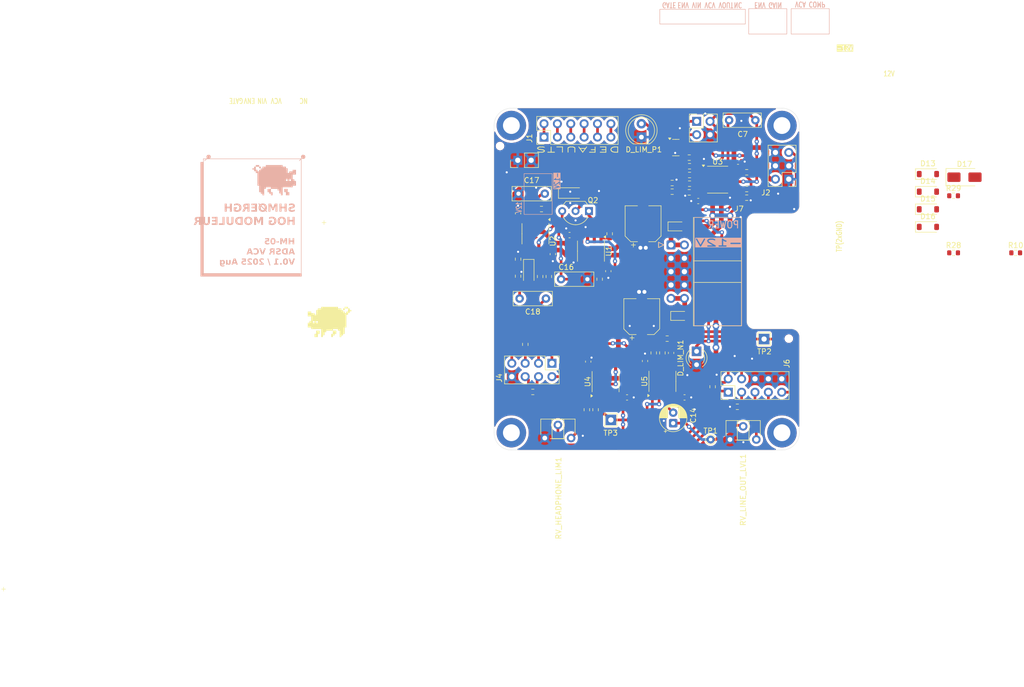
<source format=kicad_pcb>
(kicad_pcb (version 20241229) (generator "pcbnew") (generator_version "9.0")
  (layers (0 "F.Cu" signal) (2 "B.Cu" signal) (13 "F.Paste" user) (15 "B.Paste" user) (5 "F.SilkS" user "F.Silkscreen") (7 "B.SilkS" user "B.Silkscreen") (1 "F.Mask" user) (3 "B.Mask" user) (25 "Edge.Cuts" user))
  (net 0 "")
  (net 1 "GND")
  (net 2 "+12V")
  (net 3 "-12V")
  (net 4 "LFO_TRI")
  (net 5 "Net-(U3A--)")
  (net 6 "OUTPUT_VOL_2")
  (net 7 "Net-(U2B--)")
  (net 8 "Net-(U5B--)")
  (net 9 "OUTPUT_LINE_OUT")
  (net 10 "Net-(Q2-S)")
  (net 11 "CRUSH_TRIG")
  (net 12 "Net-(U2A--)")
  (net 13 "Net-(D2-K)")
  (net 14 "Net-(D3-K)")
  (net 15 "Net-(D3-A)")
  (net 16 "Net-(D4-A)")
  (net 17 "Net-(D4-K)")
  (net 18 "Net-(D1-A)")
  (net 19 "RV_CRUSH_3")
  (net 20 "RV_CRUSH_1")
  (net 21 "CRUSH_OUT")
  (net 22 "RV_CRUSH_2")
  (net 23 "CRUSH_IN")
  (net 24 "CRUSH_TRIG_DEFAULT")
  (net 25 "LFO_RATE")
  (net 26 "LFO_SQR")
  (net 27 "OUTPUT_IN")
  (net 28 "Net-(C14-Pad1)")
  (net 29 "OUTPUT_DRIVE_1")
  (net 30 "OUTPUT_PHONES_OUT")
  (net 31 "Net-(Q2-D)")
  (net 32 "Net-(Q4-B)")
  (net 33 "Net-(Q4-C)")
  (net 34 "Net-(C14-Pad2)")
  (net 35 "Net-(U3A-+)")
  (net 36 "Net-(D15-A)")
  (net 37 "Net-(U3B-+)")
  (net 38 "Net-(R12-Pad2)")
  (net 39 "Net-(U4A--)")
  (net 40 "Net-(U4A-+)")
  (net 41 "OUTPUT_VOL_3")
  (net 42 "Net-(J1-Pin_11)")
  (net 43 "Net-(J1-Pin_10)")
  (net 44 "Net-(J1-Pin_5)")
  (net 45 "Net-(J1-Pin_3)")
  (net 46 "Net-(J1-Pin_1)")
  (net 47 "Net-(J1-Pin_7)")
  (net 48 "OUTPUT_DRIVE_3")
  (net 49 "Net-(D13-A)")
  (net 50 "Net-(D17-A2)")
  (net 51 "Net-(U3B--)")
  (net 52 "Net-(R26-Pad1)")
  (net 53 "Net-(U1A-+)")
  (net 54 "Net-(U1B--)")
  (footprint "Resistor_SMD:R_0603_1608Metric" (layer "F.Cu") (at 172.006 59.367)
    (property "Reference" "R9")
    (property "Value" "47k")
  )
  (footprint "Diode_SMD:D_SOD-123" (layer "F.Cu") (at 206.435 56.523)
    (property "Reference" "D13")
    (property "Value" "1N4148")
  )
  (footprint "Package_SO:SOIC-8_3.9x4.9mm_P1.27mm" (layer "F.Cu") (at 155.991 95.9412 90)
    (property "Reference" "U5")
    (property "Value" "TL072")
  )
  (footprint "Capacitor_SMD:C_0603_1608Metric" (layer "F.Cu") (at 162.8 61.653)
    (property "Reference" "C6")
    (property "Value" "100n")
  )
  (footprint "Diode_SMD:D_SMA" (layer "F.Cu") (at 213.375 57.123)
    (property "Reference" "D17")
    (property "Value" "SMAJ5.0CA")
  )
  (footprint "Capacitor_THT:CP_Radial_D5.0mm_P2.00mm" (layer "F.Cu") (at 158.036 103.883113 90)
    (property "Reference" "C14")
    (property "Value" "10u")
  )
  (footprint "Resistor_SMD:R_0603_1608Metric" (layer "F.Cu") (at 172.007 56.192)
    (property "Reference" "R7")
    (property "Value" "10k")
  )
  (footprint "Capacitor_THT:C_Rect_L7.0mm_W2.5mm_P5.00mm" (layer "F.Cu") (at 173.657 46.286 180)
    (property "Reference" "C7")
    (property "Value" "22n-47n (foil)")
  )
  (footprint "Package_SO:SOIC-8_3.9x4.9mm_P1.27mm" (layer "F.Cu") (at 145.196 95.9932 90)
    (property "Reference" "U4")
    (property "Value" "NE5532")
  )
  (footprint "Capacitor_SMD:C_0603_1608Metric" (layer "F.Cu") (at 170.355 54.16)
    (property "Reference" "C5")
    (property "Value" "100n")
  )
  (footprint "Diode_SMD:D_SOD-123" (layer "F.Cu") (at 138.604 60.1295)
    (property "Reference" "D4")
    (property "Value" "1N4148")
  )
  (footprint "Resistor_SMD:R_0603_1608Metric" (layer "F.Cu") (at 170.228 100.769)
    (property "Reference" "R24")
    (property "Value" "22k")
  )
  (footprint "Resistor_SMD:R_0603_1608Metric" (layer "F.Cu") (at 145.97 67.8765 -90)
    (property "Reference" "R16")
    (property "Value" "1M")
  )
  (footprint "MountingHole:ToolingHole_1.152mm" (layer "F.Cu") (at 125.143 51.197)
    (property "Reference" "REF**" (hide yes))
    (property "Value" "ToolingHole_1.152mm")
  )
  (footprint "LED_THT:LED_D3.0mm" (layer "F.Cu") (at 162.481 90.228 -90)
    (property "Reference" "D_LIM_N1")
    (property "Value" "Red LED")
  )
  (footprint "Resistor_SMD:R_0603_1608Metric" (layer "F.Cu") (at 143.291 101.3272 90)
    (property "Reference" "R15")
    (property "Value" "100")
  )
  (footprint "Diode_SMD:D_SOD-123" (layer "F.Cu") (at 206.435 59.873)
    (property "Reference" "D14")
    (property "Value" "1N4148")
  )
  (footprint "MountingHole:MountingHole_3.2mm_M3_DIN965_Pad" (layer "F.Cu") (at 178.7 105.7)
    (property "Reference" "H2")
    (property "Value" "MountingHole")
  )
  (footprint "Package_TO_SOT_THT:TO-92_Inline_Wide" (layer "F.Cu") (at 142.033 63.5585 180)
    (property "Reference" "Q2")
    (property "Value" "2N3819")
  )
  (footprint "Capacitor_THT:C_Rect_L7.2mm_W2.5mm_P5.00mm_FKS2_FKP2_MKS2_MKP2" (layer "F.Cu") (at 133.651 60.2565 180)
    (property "Reference" "C17")
    (property "Value" "100n (foil)")
  )
  (footprint "Resistor_SMD:R_0603_1608Metric" (layer "F.Cu") (at 133.016 63.1775)
    (property "Reference" "R18")
    (property "Value" "10k")
  )
  (footprint "TestPoint:TestPoint_THTPad_2.0x2.0mm_Drill1.0mm" (layer "F.Cu") (at 175.308 87.8912)
    (property "Reference" "TP2")
    (property "Value" "MAINOUT")
  )
  (footprint "Capacitor_SMD:C_0603_1608Metric" (layer "F.Cu") (at 152.689 92.0692 90)
    (property "Reference" "C10")
    (property "Value" "100n")
  )
  (footprint "MountingHole:MountingHole_3.2mm_M3_DIN965_Pad" (layer "F.Cu") (at 127.3 47.3)
    (property "Reference" "H1")
    (property "Value" "MountingHole")
  )
  (footprint "Resistor_SMD:R_0603_1608Metric" (layer "F.Cu") (at 161.149 58.351 180)
    (property "Reference" "R3")
    (property "Value" "100k")
  )
  (footprint "Resistor_SMD:R_0603_1608Metric" (layer "F.Cu") (at 211.31 60.653)
    (property "Reference" "R29")
    (property "Value" "10k")
  )
  (footprint "Connector_PinHeader_2.54mm:PinHeader_2x06_P2.54mm_Vertical" (layer "F.Cu") (at 133.5 49.5 90)
    (property "Reference" "J1")
    (property "Value" "Conn_02x06_Odd_Even")
  )
  (footprint "Resistor_SMD:R_0603_1608Metric" (layer "F.Cu") (at 156.893 87.815)
    (property "Reference" "R13")
    (property "Value" "1k")
  )
  (footprint "Resistor_SMD:R_0603_1608Metric" (layer "F.Cu") (at 131.366 97.9496)
    (property "Reference" "R19")
    (property "Value" "100k")
  )
  (footprint "Potentiometer_THT:Potentiometer_ACP_CA6-H2,5_Horizontal" (layer "F.Cu") (at 133.6412 106.7164 90)
    (property "Reference" "RV_HEADPHONE_LIM1")
    (property "Value" "100k")
  )
  (footprint "Diode_SMD:D_SOD-123" (layer "F.Cu") (at 206.435 63.223)
    (property "Reference" "D15")
    (property "Value" "1N4148")
  )
  (footprint "Connector_PinHeader_2.54mm:PinHeader_2x03_P2.54mm_Vertical" (layer "F.Cu") (at 180 57.5 180)
    (property "Reference" "J2")
    (property "Value" "Conn_02x03_Odd_Even")
  )
  (footprint "Diode_SMD:D_SOD-123" (layer "F.Cu") (at 206.435 66.573)
    (property "Reference" "D16")
    (property "Value" "1N4148")
  )
  (footprint "TestPoint:TestPoint_THTPad_2.0x2.0mm_Drill1.0mm" (layer "F.Cu") (at 146.1996 103.27)
    (property "Reference" "TP3")
    (property "Value" "PHONES_OUT")
  )
  (footprint "Resistor_SMD:R_0603_1608Metric" (layer "F.Cu") (at 157.845 58.224)
    (property "Reference" "R27")
    (property "Value" "47k")
  )
  (footprint "Diode_SMD:D_SOD-123" (layer "F.Cu") (at 130.603 75.1155 -90)
    (property "Reference" "D3")
    (property "Value" "1N4148")
  )
  (footprint "Capacitor_SMD:C_0603_1608Metric" (layer "F.Cu") (at 138.35 68.1305)
    (property "Reference" "C2")
    (property "Value" "100n")
  )
  (footprint "Connector_PinHeader_2.54mm:PinHeader_2x04_P2.54mm_Vertical" (layer "F.Cu") (at 135 92.5 -90)
    (property "Reference" "J4")
    (property "Value" "Conn_02x04_Odd_Even")
  )
  (footprint "Resistor_SMD:R_0603_1608Metric" (layer "F.Cu") (at 165.529 96.959 -90)
    (property "Reference" "R25")
    (property "Value" "1k")
  )
  (footprint "Capacitor_SMD:C_0603_1608Metric" (layer "F.Cu") (at 135.175 71.7485 -90)
    (property "Reference" "C3")
    (property "Value" "100n")
  )
  (footprint "Capacitor_SMD:C_0603_1608Metric" (layer "F.Cu") (at 157.642 90.5322 90)
    (property "Reference" "C15")
    (property "Value" "100p")
  )
  (footprint "Capacitor_THT:C_Rect_L7.2mm_W2.5mm_P5.00mm_FKS2_FKP2_MKS2_MKP2" (layer "F.Cu") (at 133.865 80.1955 180)
    (property "Reference" "C18")
    (property "Value" "1n (foil)")
  )
  (footprint "Capacitor_SMD:C_0603_1608Metric" (layer "F.Cu") (at 160.195 98.991 180)
    (property "Reference" "C11")
    (property "Value" "100n")
  )
  (footprint "Resistor_SMD:R_0603_1608Metric" (layer "F.Cu") (at 155.991 90.5322 -90)
    (property "Reference" "R11")
    (property "Value" "4.7k")
  )
  (footprint "TestPoint:TestPoint_THTPad_D1.5mm_Drill0.7mm" (layer "F.Cu") (at 165.148 106.992)
    (property "Reference" "TP1")
    (property "Value" "MAX_LINEOUT")
  )
  (footprint "Resistor_SMD:R_0603_1608Metric" (layer "F.Cu") (at 157.845 59.875 180)
    (property "Reference" "R26")
    (property "Value" "12k")
  )
  (footprint "Resistor_SMD:R_0603_1608Metric" (layer "F.Cu") (at 172.006 61.018)
    (property "Reference" "R8")
    (property "Value" "47k")
  )
  (footprint "Connector_PinHeader_2.54mm:PinHeader_2x02_P2.54mm_Vertical" (layer "F.Cu") (at 162.5 46.5)
    (property "Reference" "J5")
    (property "Value" "Conn_02x02_Odd_Even")
  )
  (footprint "Capacitor_SMD:C_0603_1608Metric" (layer "F.Cu") (at 149.273 98.991 180)
    (property "Reference" "C13")
    (property "Value" "100n")
  )
  (footprint "Resistor_SMD:R_0603_1608Metric" (layer "F.Cu") (at 132.762 76.0045 90)
    (property "Reference" "R1")
    (property "Value" "33k")
  )
  (footprint "Capacitor_SMD:CP_Elec_6.3x7.7" (layer "F.Cu") (at 152.067 83.624 90)
    (property "Reference" "C8")
    (property "Value" "100u")
  )
  (footprint "Connector_PinHeader_2.54mm:PinHeader_1x02_P2.54mm_Vertical" (layer "F.Cu") (at 128.5162 53.906 90)
    (property "Reference" "J3")
    (property "Value" "Conn_01x02")
  )
  (footprint "LED_THT:LED_D5.0mm" (layer "F.Cu") (at 152 49.5 90)
    (property "Reference" "D_LIM_P1")
    (property "Value" "Red LED")
  )
  (footprint "Resistor_SMD:R_0603_1608Metric" (layer "F.Cu") (at 154.34 90.5322 -90)
    (property "Reference" "R12")
    (property "Value" "150")
  )
  (footprint "Diode_SMD:D_SOD-323" (layer "F.Cu") (at 158.671 66.479)
    (property "Reference" "D2")
    (property "Value" "1N5817")
  )
  (footprint "Package_SO:SOIC-8_3.9x4.9mm_P1.27mm" (layer "F.Cu") (at 166.483 57.589)
    (property "Reference" "U3")
    (property "Value" "TL072")
  )
  (footprint "MountingHole:MountingHole_3.2mm_M3_DIN965_Pad" (layer "F.Cu") (at 178.7 47.3)
    (property "Reference" "H4")
    (property "Value" "MountingHole")
  )
  (footprint "Shmoergh_Logo:Gyeszno" (layer "F.Cu") (at 92.758 84.64)
    (property "Reference" "G***" (hide yes))
    (property "Value" "LOGO" (hide yes))
  )
  (footprint "Resistor_SMD:R_0603_1608Metric" (layer "F.Cu") (at 161.149 56.7)
    (property "Reference" "R2")
    (property "Value" "100k")
  )
  (footprint "Package_SO:SOIC-8_3.9x4.9mm_P1.27mm" (layer "F.Cu") (at 142.414 71.1785 -90)
    (property "Reference" "U1")
    (property "Value" "TL072")
  )
  (footprint "Connector_IDC:IDC-Header_2x05_P2.54mm_Horizontal" (layer "F.Cu") (at 157.6245 70)
    (property "Reference" "J7")
    (property "Value" "Conn_02x05_Odd_Even")
  )
  (footprint "Connector_PinHeader_2.54mm:PinHeader_2x05_P2.54mm_Vertical" (layer "F.Cu") (at 168.5 98 90)
    (property "Reference" "J6")
    (property "Value" "Conn_02x05_Odd_Even")
  )
  (footprint "Resistor_SMD:R_0603_1608Metric" (layer "F.Cu") (at 211.31 71.503)
    (property "Reference" "R28")
    (property "Value" "1k")
  )
  (footprint "Capacitor_THT:C_Rect_L7.2mm_W2.5mm_P5.00mm_FKS2_FKP2_MKS2_MKP2" (layer "F.Cu") (at 136.739 76.5125)
    (property "Reference" "C16")
    (property "Value" "100n (foil)")
  )
  (footprint "Capacitor_SMD:CP_Elec_6.3x7.7" (layer "F.Cu") (at 152.321 65.971 90)
    (property "Reference" "C9")
    (property "Value" "100u")
  )
  (footprint "Resistor_SMD:R_0603_1608Metric" (layer "F.Cu") (at 161.084 53.398 180)
    (property "Reference" "R4")
    (property "Value" "100k")
  )
  (footprint "Resistor_SMD:R_0603_1608Metric" (layer "F.Cu") (at 161.146 55.049)
    (property "Reference" "R5")
    (property "Value" "100k")
  )
  (footprint "Diode_SMD:D_SOD-323" (layer "F.Cu") (at 159.179 83.497)
    (property "Reference" "D1")
    (property "Value" "1N5817")
  )
  (footprint "MountingHole:MountingHole_3.2mm_M3_DIN965_Pad" (layer "F.Cu") (at 127.3 105.7)
    (property "Reference" "H3")
    (property "Value" "MountingHole")
  )
  (footprint "Package_SO:SOIC-8_3.9x4.9mm_P1.27mm" (layer "F.Cu") (at 131.873 67.8765 -90)
    (property "Reference" "U2")
    (property "Value" "TL072")
  )
  (footprint "Resistor_SMD:R_0603_1608Metric" (layer "F.Cu") (at 134.413 76.0045 90)
    (property "Reference" "R22")
    (property "Value" "100k")
  )
  (footprint "Resistor_SMD:R_0603_1608Metric" (layer "F.Cu") (at 141.64 101.3272 90)
    (property "Reference" "R14")
    (property "Value" "100")
  )
  (footprint "MountingHole:ToolingHole_1.152mm" (layer "F.Cu") (at 180.007 87.815)
    (property "Reference" "REF**" (hide yes))
    (property "Value" "ToolingHole_1.152mm")
  )
  (footprint "Potentiometer_THT:Potentiometer_ACP_CA6-H2,5_Horizontal" (layer "F.Cu") (at 168.831 106.992 90)
    (property "Reference" "RV_LINE_OUT_LVL1")
    (property "Value" "10k")
  )
  (footprint "Resistor_SMD:R_0603_1608Metric" (layer "F.Cu") (at 144.065 76.5125 -90)
    (property "Reference" "R17")
    (property "Value" "1k")
  )
  (footprint "Capacitor_SMD:C_0603_1608Metric" (layer "F.Cu") (at 141.894 92.1832 90)
    (property "Reference" "C12")
    (property "Value" "100n")
  )
  (footprint "Resistor_SMD:R_0603_1608Metric" (layer "F.Cu") (at 128.571 72.7025 -90)
    (property "Reference" "R23")
    (property "Value" "100k")
  )
  (footprint "Capacitor_SMD:C_0603_1608Metric" (layer "F.Cu") (at 128.571 64.0015 -90)
    (property "Reference" "C4")
    (property "Value" "100n")
  )
  (footprint "Package_TO_SOT_SMD:SOT-23" (layer "F.Cu") (at 158.544 51.493)
    (property "Reference" "Q4")
    (property "Value" "BC848")
  )
  (footprint "Resistor_SMD:R_0603_1608Metric" (layer "F.Cu") (at 128.571 75.9415 -90)
    (property "Reference" "R21")
    (property "Value" "100k")
  )
  (footprint "Resistor_SMD:R_0603_1608Metric" (layer "F.Cu") (at 129.9436 88.9072 -90)
    (property "Reference" "R20")
    (property "Value" "4.7k")
  )
  (footprint "Resistor_SMD:R_0603_1608Metric" (layer "F.Cu") (at 161.085 60.002 180)
    (property "Reference" "R6")
    (property "Value" "100k")
  )
  (footprint "Capacitor_SMD:C_0603_1608Metric" (layer "F.Cu") (at 145.716 74.9885 -90)
    (property "Reference" "C1")
    (property "Value" "100n")
  )
  (footprint "Resistor_SMD:R_0603_1608Metric" (layer "F.Cu") (at 223.11 71.503)
    (property "Reference" "R10")
    (property "Value" "10k")
  )
  (footprint "Shmoergh_Logo:Gyeszno" (layer "B.Cu") (at 82.25 57.689 180)
    (property "Reference" "G***" (hide yes))
    (property "Value" "LOGO" (hide yes))
  )
  (gr_rect (start 129.714 56.4465) (end 135.048 64.1935) (stroke (width 0.1)) (fill no) (layer "B.SilkS"))
  (gr_rect (start 162.0365 64.786) (end 171.0535 85.36) (stroke (width 0.1)) (fill no) (layer "B.SilkS"))
  (gr_line (start 155.242 70.501) (end 155.242 69.485) (stroke (width 0.1)) (layer "B.SilkS"))
  (gr_line (start 87 54) (end 87.75 53.25) (stroke (width 0.1)) (layer "B.SilkS"))
  (gr_line (start 87.375 75.43475) (end 68.788 75.43475) (stroke (width 0.1)) (layer "B.SilkS"))
  (gr_line (start 156.258 69.993) (end 155.242 70.501) (stroke (width 0.1)) (layer "B.SilkS"))
  (gr_circle (center 69.778 53.25) (end 69.528 53) (stroke (width 0.1)) (fill yes) (layer "B.SilkS"))
  (gr_rect (start 180.4515 25.077) (end 187.6905 29.903) (stroke (width 0.1)) (fill no) (layer "B.SilkS"))
  (gr_rect (start 68.28 54.287125) (end 68.78 75.486125) (stroke (width 0.1)) (fill yes) (layer "B.SilkS"))
  (gr_circle (center 87.75 53.25) (end 87.5 53) (stroke (width 0.1)) (fill yes) (layer "B.SilkS"))
  (gr_line (start 87.375 53.625) (end 87.375 75.43475) (stroke (width 0.1)) (layer "B.SilkS"))
  (gr_line (start 87.375 53.625) (end 68.788 53.625) (stroke (width 0.1)) (layer "B.SilkS"))
  (gr_rect (start 155.496 25.204) (end 171.752 27.998) (stroke (width 0.1)) (fill no) (layer "B.SilkS"))
  (gr_line (start 155.242 69.485) (end 156.258 69.993) (stroke (width 0.1)) (layer "B.SilkS"))
  (gr_rect (start 172.387 25.077) (end 179.626 29.903) (stroke (width 0.1)) (fill no) (layer "B.SilkS"))
  (gr_line (start 69.028 54) (end 69.778 53.25) (stroke (width 0.1)) (layer "B.SilkS"))
  (gr_rect (start 68.28 75.486125) (end 87.419 75.959875) (stroke (width 0.1)) (fill yes) (layer "B.SilkS"))
  (gr_line (start 68.788 75.469) (end 68.788 53.625) (stroke (width 0.1)) (layer "B.SilkS"))
  (gr_arc (start 182 105.7) (mid 181.033452 108.033452) (end 178.7 109) (stroke (width 0.05)) (layer "Edge.Cuts"))
  (gr_line (start 173.5 64) (end 180.5 64) (stroke (width 0.05)) (layer "Edge.Cuts"))
  (gr_line (start 127.3 44) (end 178.7 44) (stroke (width 0.05)) (layer "Edge.Cuts"))
  (gr_arc (start 178.7 44) (mid 181.033452 44.966548) (end 182 47.3) (stroke (width 0.05)) (layer "Edge.Cuts"))
  (gr_arc (start 172 65.5) (mid 172.43934 64.43934) (end 173.5 64) (stroke (width 0.05)) (layer "Edge.Cuts"))
  (gr_line (start 172 84.5) (end 172 65.5) (stroke (width 0.05)) (layer "Edge.Cuts"))
  (gr_line (start 180.5 86) (end 173.5 86) (stroke (width 0.05)) (layer "Edge.Cuts"))
  (gr_arc (start 127.3 109) (mid 124.966548 108.033452) (end 124 105.7) (stroke (width 0.05)) (layer "Edge.Cuts"))
  (gr_line (start 178.7 109) (end 127.3 109) (stroke (width 0.05)) (layer "Edge.Cuts"))
  (gr_arc (start 124 47.3) (mid 124.966548 44.966548) (end 127.3 44) (stroke (width 0.05)) (layer "Edge.Cuts"))
  (gr_line (start 124 47.3) (end 124 105.7) (stroke (width 0.05)) (layer "Edge.Cuts"))
  (gr_arc (start 180.5 86) (mid 181.56066 86.43934) (end 182 87.5) (stroke (width 0.05)) (layer "Edge.Cuts"))
  (gr_arc (start 173.5 86) (mid 172.43934 85.56066) (end 172 84.5) (stroke (width 0.05)) (layer "Edge.Cuts"))
  (gr_line (start 182 87.5) (end 182 105.7) (stroke (width 0.05)) (layer "Edge.Cuts"))
  (gr_arc (start 182 62.5) (mid 181.56066 63.56066) (end 180.5 64) (stroke (width 0.05)) (layer "Edge.Cuts"))
  (gr_line (start 182 47.3) (end 182 62.5) (stroke (width 0.05)) (layer "Edge.Cuts"))
  (gr_text "+" (at 30.147 135.948 0) (layer "F.SilkS") (effects (font (size 1 1) (thickness 0.1)) (justify left bottom)))
  (gr_text "ENV" (at 77.54 42 180) (layer "F.SilkS") (effects (font (size 1 0.75) (thickness 0.15) (bold yes)) (justify bottom)))
  (gr_text "NC" (at 87.827 42 180) (layer "F.SilkS") (effects (font (size 1 0.75) (thickness 0.15) (bold yes)) (justify bottom)))
  (gr_text "GATE" (at 75 42 180) (layer "F.SilkS") (effects (font (size 1 0.75) (thickness 0.15) (bold yes)) (justify bottom)))
  (gr_text "DEFAULTS" (at 148.13 51.239 180) (layer "F.SilkS") (effects (font (size 1 2.25) (thickness 0.15) (bold yes)) (justify left bottom)))
  (gr_text "TP(2xGND)" (at 190.167 71.432 90) (layer "F.SilkS") (effects (font (size 1 0.75) (thickness 0.15) (bold yes)) (justify left bottom)))
  (gr_text "12V" (at 197.914 38.031 0) (layer "F.SilkS") (effects (font (size 1 0.75) (thickness 0.15) (bold yes)) (justify left bottom)))
  (gr_text "+" (at 91.02 66.265 0) (layer "F.SilkS") (effects (font (size 1 1) (thickness 0.1)) (justify left bottom)))
  (gr_text "VIN" (at 79.953 42 180) (layer "F.SilkS") (effects (font (size 1 0.75) (thickness 0.15) (bold yes)) (justify bottom)))
  (gr_text "VCV" (at 82.625 42 180) (layer "F.SilkS") (effects (font (size 1 0.75) (thickness 0.15) (bold yes)) (justify bottom)))
  (gr_text "-12V" (at 189.024 33.205 0) (layer "F.SilkS" knockout) (effects (font (size 1 0.75) (thickness 0.15) (bold yes)) (justify left bottom)))
  (gr_text "VOUT" (at 168.069 23.807 180) (layer "B.SilkS") (effects (font (size 1 0.75) (thickness 0.15) (bold yes)) (justify bottom mirror)))
  (gr_text "ENV GAIN" (at 176.07 23.807 180) (layer "B.SilkS") (effects (font (size 1 0.75) (thickness 0.15) (bold yes)) (justify bottom mirror)))
  (gr_text "SHMØERGH \nHOG MODULEUR" (at 86.314 66.452 0) (layer "B.SilkS") (effects (font (size 1.5 1.5) (thickness 0.28) (bold yes)) (justify left bottom mirror)))
  (gr_text "NC" (at 170.355 23.807 180) (layer "B.SilkS") (effects (font (size 1 0.75) (thickness 0.15) (bold yes)) (justify bottom mirror)))
  (gr_text "VCA COMP" (at 184.071 23.68 180) (layer "B.SilkS") (effects (font (size 1 0.75) (thickness 0.15) (bold yes)) (justify bottom mirror)))
  (gr_text "VCV" (at 165.021 23.807 180) (layer "B.SilkS") (effects (font (size 1 0.75) (thickness 0.15) (bold yes)) (justify bottom mirror)))
  (gr_text "-12V" (at 136.572 57.78 90) (layer "B.SilkS" knockout) (effects (font (size 1 0.75) (thickness 0.15) (bold yes)) (justify bottom mirror)))
  (gr_text "12V" (at 129.333 62.86 90) (layer "B.SilkS") (effects (font (size 1 0.75) (thickness 0.15) (bold yes)) (justify bottom mirror)))
  (gr_text "VIN" (at 162.481 23.807 180) (layer "B.SilkS") (effects (font (size 1 0.75) (thickness 0.15) (bold yes)) (justify bottom mirror)))
  (gr_text "HM-05\nADSR VCA\nV0.1 / 2025 Aug" (at 86.187 73.945 0) (layer "B.SilkS") (effects (font (size 1.15 1.15) (thickness 0.2) (bold yes)) (justify left bottom mirror)))
  (gr_text "GATE" (at 157.274 23.807 180) (layer "B.SilkS") (effects (font (size 1 0.75) (thickness 0.15) (bold yes)) (justify bottom mirror)))
  (gr_text "ENV" (at 159.941 23.807 180) (layer "B.SilkS") (effects (font (size 1 0.75) (thickness 0.15) (bold yes)) (justify bottom mirror)))
  (gr_text "-12V" (at 171.4345 70.374 0) (layer "B.SilkS" knockout) (effects (font (size 1.3 2.25) (thickness 0.25) (bold yes)) (justify left bottom mirror)))
  (gr_text "POWER" (at 170.6725 66.945 0) (layer "B.SilkS") (effects (font (size 1.35 1.15) (thickness 0.2) (bold yes)) (justify left bottom mirror)))
  (segment (start 156.626 100.473113) (end 158.036 101.883113) (width 0.508) (layer "F.Cu") (net 0))
  (segment (start 156.626 98.4162) (end 156.626 100.473113) (width 0.508) (layer "F.Cu") (net 0))
  (via (at 136.826 57.9705) (size 0.8) (drill 0.4) (layers "F.Cu" "B.Cu") (net 1))
  (via (at 151.559 78.925) (size 1.27) (drill 0.75) (layers "F.Cu" "B.Cu") (net 1))
  (via (at 151.813 70.543) (size 1.27) (drill 0.75) (layers "F.Cu" "B.Cu") (net 1))
  (via (at 132 59.1135) (size 0.8) (drill 0.4) (layers "F.Cu" "B.Cu") (net 1))
  (via (at 152.689 90.6592) (size 0.8) (drill 0.4) (layers "F.Cu" "B.Cu") (net 1))
  (via (at 160.322 60.637) (size 0.8) (drill 0.4) (layers "F.Cu" "B.Cu") (net 1))
  (via (at 143.938 59.7485) (size 0.8) (drill 0.4) (layers "F.Cu" "B.Cu") (net 1))
  (via (at 161.465 98.991) (size 0.8) (drill 0.4) (layers "F.Cu" "B.Cu") (net 1))
  (via (at 138.477 62.0345) (size 0.8) (drill 0.4) (layers "F.Cu" "B.Cu") (net 1))
  (via (at 169.72 91.117) (size 0.8) (drill 0.4) (layers "F.Cu" "B.Cu") (net 1))
  (via (at 138.477 59.8755) (size 0.8) (drill 0.4) (layers "F.Cu" "B.Cu") (net 1))
  (via (at 158.671 57.589) (size 0.8) (drill 0.4) (layers "F.Cu" "B.Cu") (net 1))
  (via (at 154.353 85.402) (size 0.8) (drill 0.4) (layers "F.Cu" "B.Cu") (net 1))
  (via (at 166.291 94.673) (size 0.8) (drill 0.4) (layers "F.Cu" "B.Cu") (net 1))
  (via (at 150.543 98.991) (size 0.8) (drill 0.4) (layers "F.Cu" "B.Cu") (net 1))
  (via (at 126.412 56.1925) (size 0.8) (drill 0.4) (layers "F.Cu" "B.Cu") (net 1))
  (via (at 141.398 66.6065) (size 0.8) (drill 0.4) (layers "F.Cu" "B.Cu") (net 1))
  (via (at 129.206 75.1155) (size 0.8) (drill 0.4) (layers "F.Cu" "B.Cu") (net 1))
  (via (at 128.571 62.5425) (size 0.8) (drill 0.4) (layers "F.Cu" "B.Cu") (net 1))
  (via (at 171.371 107.5) (size 0.8) (drill 0.4) (layers "F.Cu" "B.Cu") (net 1))
  (via (at 135.175 73.0835) (size 0.8) (drill 0.4) (layers "F.Cu" "B.Cu") (net 1))
  (via (at 145.716 76.2585) (size 0.8) (drill 0.4) (layers "F.Cu" "B.Cu") (net 1))
  (via (at 168.831 61.018) (size 0.8) (drill 0.4) (layers "F.Cu" "B.Cu") (net 1))
  (via (at 162.1 101.277) (size 0.8) (drill 0.4) (layers "F.Cu" "B.Cu") (net 1))
  (via (at 170.863 64.701) (size 0.8) (drill 0.4) (layers "F.Cu" "B.Cu") (net 1))
  (via (at 139.493 65.3365) (size 0.8) (drill 0.4) (layers "F.Cu" "B.Cu") (net 1))
  (via (at 168.831 100.769) (size 0.8) (drill 0.4) (layers "F.Cu" "B.Cu") (net 1))
  (via (at 152.829 70.543) (size 1.27) (drill 0.75) (layers "F.Cu" "B.Cu") (net 1))
  (via (at 128.571 71.3055) (size 0.8) (drill 0.4) (layers "F.Cu" "B.Cu") (net 1))
  (via (at 149.781 85.402) (size 0.8) (drill 0.4) (layers "F.Cu" "B.Cu") (net 1))
  (via (at 172.768 61.526) (size 0.8) (drill 0.4) (layers "F.Cu" "B.Cu") (net 1))
  (via (at 140.8656 106.2808) (size 0.8) (drill 0.4) (layers "F.Cu" "B.Cu") (net 1))
  (via (at 137.715 66.8605) (size 0.8) (drill 0.4) (layers "F.Cu" "B.Cu") (net 1))
  (via (at 171.625 54.16) (size 0.8) (drill 0.4) (layers "F.Cu" "B.Cu") (net 1))
  (via (at 181.023 63.177) (size 0.8) (drill 0.4) (layers "F.Cu" "B.Cu") (net 1))
  (via (at 160.7284 94.7492) (size 0.8) (drill 0.4) (layers "F.Cu" "B.Cu") (net 1))
  (via (at 161.465 61.653) (size 0.8) (drill 0.4) (layers "F.Cu" "B.Cu") (net 1))
  (via (at 152.575 78.925) (size 1.27) (drill 0.75) (layers "F.Cu" "B.Cu") (net 1))
  (via (at 163.878 53.652) (size 0.8) (drill 0.4) (layers "F.Cu" "B.Cu") (net 1))
  (via (at 159.306 47.81) (size 0.8) (drill 0.4) (layers "F.Cu" "B.Cu") (net 1))
  (via (at 170.99 46.413) (size 0.8) (drill 0.4) (layers "F.Cu" "B.Cu") (net 1))
  (via (at 139.112 73.3375) (size 0.8) (drill 0.4) (layers "F.Cu" "B.Cu") (net 1))
  (via (at 164.132 45.016) (size 0.8) (drill 0.4) (layers "F.Cu" "B.Cu") (net 1))
  (via (at 177.975 60.256) (size 0.8) (drill 0.4) (layers "F.Cu" "B.Cu") (net 1))
  (via (at 142.529 91.4212) (size 0.8) (drill 0.4) (layers "F.Cu" "B.Cu") (net 1))
  (via (at 173.022 91.625) (size 0.8) (drill 0.4) (layers "F.Cu" "B.Cu") (net 1))
  (via (at 156.258 103.436) (size 0.8) (drill 0.4) (layers "F.Cu" "B.Cu") (net 1))
  (via (at 158.417 52.509) (size 0.8) (drill 0.4) (layers "F.Cu" "B.Cu") (net 1))
  (segment (start 153.451 92.8182) (end 152.715 92.8182) (width 0.889) (layer "F.Cu") (net 2))
  (segment (start 152.689 92.8442) (end 149.6032 92.8442) (width 0.889) (layer "F.Cu") (net 2))
  (segment (start 152.067 86.324) (end 152.067 83.497) (width 0.889) (layer "F.Cu") (net 2))
  (segment (start 135.175 70.9735) (end 134.4 70.9735) (width 0.889) (layer "F.Cu") (net 2))
  (segment (start 154.086 93.4532) (end 153.451 92.8182) (width 0.889) (layer "F.Cu") (net 2))
  (segment (start 169.58 51.887) (end 169.974 51.493) (width 0.889) (layer "F.Cu") (net 2))
  (segment (start 144.1162 95.3582) (end 153.451 95.3582) (width 0.889) (layer "F.Cu") (net 2))
  (segment (start 154.353 83.497) (end 158.129 83.497) (width 0.889) (layer "F.Cu") (net 2))
  (segment (start 137.7145 71.94) (end 144.32 71.94) (width 0.889) (layer "F.Cu") (net 2))
  (segment (start 144.319 71.941) (end 144.32 71.94) (width 0.889) (layer "F.Cu") (net 2))
  (segment (start 154.086 93.4662) (end 154.086 93.4532) (width 0.889) (layer "F.Cu") (net 2))
  (segment (start 144.879 74.2135) (end 144.319 73.6535) (width 0.889) (layer "F.Cu") (net 2))
  (segment (start 152.715 92.8182) (end 152.689 92.8442) (width 0.889) (layer "F.Cu") (net 2))
  (segment (start 175.816 56.827) (end 176.489 57.5) (width 0.889) (layer "F.Cu") (net 2))
  (segment (start 145.716 74.2135) (end 144.879 74.2135) (width 0.889) (layer "F.Cu") (net 2))
  (segment (start 163.37 84.005) (end 162.1 85.275) (width 0.889) (layer "F.Cu") (net 2))
  (segment (start 143.291 94.533) (end 144.1162 95.3582) (width 0.889) (layer "F.Cu") (net 2))
  (segment (start 144.319 73.6535) (end 144.319 71.941) (width 0.889) (layer "F.Cu") (net 2))
  (segment (start 168.958 55.684) (end 167.815 55.684) (width 0.889) (layer "F.Cu") (net 2))
  (segment (start 153.451 95.3582) (end 154.086 94.7232) (width 0.889) (layer "F.Cu") (net 2))
  (segment (start 159.179 85.275) (end 158.129 84.225) (width 0.889) (layer "F.Cu") (net 2))
  (segment (start 169.974 51.493) (end 175.181 51.493) (width 0.889) (layer "F.Cu") (net 2))
  (segment (start 163.37 70.035) (end 163.37 84.005) (width 0.889) (layer "F.Cu") (net 2))
  (segment (start 149.6032 92.8442) (end 147.622 90.863) (width 0.889) (layer "F.Cu") (net 2))
  (segment (start 134.413 75.1795) (end 134.413 74.2265) (width 0.508) (layer "F.Cu") (net 2))
  (segment (start 134.4 70.9735) (end 133.778 70.3515) (width 0.889) (layer "F.Cu") (net 2))
  (segment (start 148.892 83.497) (end 152.956 83.497) (width 0.889) (layer "F.Cu") (net 2))
  (segment (start 134.413 74.2265) (end 133.778 73.5915) (width 0.508) (layer "F.Cu") (net 2))
  (segment (start 147.622 90.863) (end 147.622 84.767) (width 0.889) (layer "F.Cu") (net 2))
  (segment (start 154.353 76.131) (end 154.353 83.497) (width 0.889) (layer "F.Cu") (net 2))
  (segment (start 158.129 84.225) (end 158.129 83.497) (width 0.889) (layer "F.Cu") (net 2))
  (segment (start 169.58 54.16) (end 169.58 51.887) (width 0.889) (layer "F.Cu") (net 2))
  (segment (start 162.1 85.275) (end 159.179 85.275) (width 0.889) (layer "F.Cu") (net 2))
  (segment (start 154.086 94.7232) (end 154.086 93.4662) (width 0.889) (layer "F.Cu") (net 2))
  (segment (start 169.58 54.16) (end 169.58 55.062) (width 0.889) (layer "F.Cu") (net 2))
  (segment (start 147.622 84.767) (end 148.892 83.497) (width 0.889) (layer "F.Cu") (net 2))
  (segment (start 167.18 66.225) (end 163.37 70.035) (width 0.889) (layer "F.Cu") (net 2))
  (segment (start 143.291 93.5182) (end 142.454 93.5182) (width 0.889) (layer "F.Cu") (net 2))
  (segment (start 175.181 51.493) (end 175.816 52.128) (width 0.889) (layer "F.Cu") (net 2))
  (segment (start 142.454 93.5182) (end 141.894 92.9582) (width 0.889) (layer "F.Cu") (net 2))
  (segment (start 167.18 56.319) (end 167.18 66.225) (width 0.889) (layer "F.Cu") (net 2))
  (segment (start 133.778 73.5915) (end 133.778 70.3515) (width 0.508) (layer "F.Cu") (net 2))
  (segment (start 135.175 70.9735) (end 136.748 70.9735) (width 0.889) (layer "F.Cu") (net 2))
  (segment (start 150.162 71.94) (end 154.353 76.131) (width 0.889) (layer "F.Cu") (net 2))
  (segment (start 143.291 93.5182) (end 143.291 94.533) (width 0.889) (layer "F.Cu") (net 2))
  (segment (start 144.32 71.94) (end 150.162 71.94) (width 0.889) (layer "F.Cu") (net 2))
  (segment (start 167.815 55.684) (end 167.18 56.319) (width 0.889) (layer "F.Cu") (net 2))
  (segment (start 136.748 70.9735) (end 137.7145 71.94) (width 0.889) (layer "F.Cu") (net 2))
  (segment (start 169.58 55.062) (end 168.958 55.684) (width 0.889) (layer "F.Cu") (net 2))
  (segment (start 175.816 52.128) (end 175.816 56.827) (width 0.889) (layer "F.Cu") (net 2))
  (segment (start 152.956 83.497) (end 154.353 83.497) (width 0.889) (layer "F.Cu") (net 2))
  (segment (start 176.489 57.5) (end 177.46 57.5) (width 0.889) (layer "F.Cu") (net 2))
  (segment (start 149.3498 96.6282) (end 148.498 97.48) (width 0.889) (layer "F.Cu") (net 3))
  (segment (start 139.125 68.1305) (end 139.936 68.1305) (width 0.889) (layer "F.Cu") (net 3))
  (segment (start 164.894 59.494) (end 165.529 60.129) (width 0.889) (layer "F.Cu") (net 3))
  (segment (start 163.575 59.927) (end 164.008 59.494) (width 0.889) (layer "F.Cu") (net 3))
  (segment (start 149.781 68.003) (end 149.781 64.193) (width 0.889) (layer "F.Cu") (net 3))
  (segment (start 177.467 63.177) (end 181.404 59.24) (width 0.508) (layer "F.Cu") (net 3))
  (segment (start 157.896 98.4162) (end 157.896 98.5332) (width 0.889) (layer "F.Cu") (net 3))
  (segment (start 129.968 66.7335) (end 130.73 67.4955) (width 0.889) (layer "F.Cu") (net 3))
  (segment (start 147.101 98.4682) (end 147.101 98.5332) (width 0.889) (layer "F.Cu") (net 3))
  (segment (start 150.703 63.271) (end 152.321 63.271) (width 0.889) (layer "F.Cu") (net 3))
  (segment (start 166.164 85.402) (end 166.164 72.067) (width 0.889) (layer "F.Cu") (net 3))
  (segment (start 128.623 64.8285) (end 128.571 64.7765) (width 0.889) (layer "F.Cu") (net 3))
  (segment (start 129.968 65.4015) (end 129.968 66.7335) (width 0.889) (layer "F.Cu") (net 3))
  (segment (start 168.831 68.211561) (end 168.8015 68.182061) (width 0.889) (layer "F.Cu") (net 3))
  (segment (start 152.321 63.271) (end 156.479 63.271) (width 0.889) (layer "F.Cu") (net 3))
  (segment (start 168.831 69.4) (end 168.831 68.211561) (width 0.889) (layer "F.Cu") (net 3))
  (segment (start 133.409308 67.4955) (end 135.568308 69.6545) (width 0.889) (layer "F.Cu") (net 3))
  (segment (start 129.968 65.4015) (end 129.968 65.3365) (width 0.889) (layer "F.Cu") (net 3))
  (segment (start 168.8015 68.182061) (end 168.8015 67.315939) (width 0.889) (layer "F.Cu") (net 3))
  (segment (start 180.68 52.42) (end 180 52.42) (width 0.508) (layer "F.Cu") (net 3))
  (segment (start 166.164 72.067) (end 168.831 69.4) (width 0.889) (layer "F.Cu") (net 3))
  (segment (start 165.529 64.447) (end 165.529 65.971) (width 0.889) (layer "F.Cu") (net 3))
  (segment (start 130.73 67.4955) (end 133.409308 67.4955) (width 0.889) (layer "F.Cu") (net 3))
  (segment (start 165.021 66.479) (end 159.721 66.479) (width 0.889) (layer "F.Cu") (net 3))
  (segment (start 140.509 70.7235) (end 140.509 68.7035) (width 0.889) (layer "F.Cu") (net 3))
  (segment (start 147.101 98.5332) (end 147.609 99.0412) (width 0.889) (layer "F.Cu") (net 3))
  (segment (start 181.404 53.144) (end 180.68 52.42) (width 0.508) (layer "F.Cu") (net 3))
  (segment (start 166.164 92.768) (end 162.3038 96.6282) (width 0.889) (layer "F.Cu") (net 3))
  (segment (start 139.936 68.1305) (end 140.509 68.7035) (width 0.889) (layer "F.Cu") (net 3))
  (segment (start 138.53 70.7235) (end 140.509 70.7235) (width 0.889) (layer "F.Cu") (net 3))
  (segment (start 137.461 69.6545) (end 138.53 70.7235) (width 0.889) (layer "F.Cu") (net 3))
  (segment (start 148.498 97.48) (end 148.498 98.991) (width 0.889) (layer "F.Cu") (net 3))
  (segment (start 156.479 63.271) (end 159.687 66.479) (width 0.889) (layer "F.Cu") (net 3))
  (segment (start 181.404 59.24) (end 181.404 53.144) (width 0.508) (layer "F.Cu") (net 3))
  (segment (start 168.8015 67.315939) (end 168.831 67.286439) (width 0.889) (layer "F.Cu") (net 3))
  (segment (start 164.008 59.494) (end 164.894 59.494) (width 0.889) (layer "F.Cu") (net 3))
  (segment (start 157.896 96.6282) (end 157.896 98.4162) (width 0.889) (layer "F.Cu") (net 3))
  (segment (start 163.575 61.653) (end 163.575 59.927) (width 0.889) (layer "F.Cu") (net 3))
  (segment (start 135.568308 69.6545) (end 137.461 69.6545) (width 0.889) (layer "F.Cu") (net 3))
  (segment (start 158.3538 98.991) (end 159.42 98.991) (width 0.889) (layer "F.Cu") (net 3))
  (segment (start 168.831 64.447) (end 168.831 64.005153) (width 0.508) (layer "F.Cu") (net 3))
  (segment (start 169.659153 63.177) (end 177.467 63.177) (width 0.508) (layer "F.Cu") (net 3))
  (segment (start 165.529 65.971) (end 165.021 66.479) (width 0.889) (layer "F.Cu") (net 3))
  (segment (start 147.0605 70.7235) (end 149.781 68.003) (width 0.889) (layer "F.Cu") (net 3))
  (segment (start 162.3038 96.6282) (end 149.3498 96.6282) (width 0.889) (layer "F.Cu") (net 3))
  (segment (start 168.831 64.005153) (end 169.659153 63.177) (width 0.508) (layer "F.Cu") (net 3))
  (segment (start 129.46 64.8285) (end 128.623 64.8285) (width 0.889) (layer "F.Cu") (net 3))
  (segment (start 168.831 67.286439) (end 168.831 64.447) (width 0.889) (layer "F.Cu") (net 3))
  (segment (start 129.968 65.3365) (end 129.46 64.8285) (width 0.889) (layer "F.Cu") (net 3))
  (segment (start 166.164 89.4882) (end 166.164 92.768) (width 0.889) (layer "F.Cu") (net 3))
  (segment (start 157.896 98.5332) (end 158.3538 98.991) (width 0.889) (layer "F.Cu") (net 3))
  (segment (start 148.485 99.0412) (end 148.498 99.0282) (width 0.889) (layer "F.Cu") (net 3))
  (segment (start 147.609 99.0412) (end 148.485 99.0412) (width 0.889) (layer "F.Cu") (net 3))
  (segment (start 159.687 66.479) (end 159.721 66.479) (width 0.889) (layer "F.Cu") (net 3))
  (segment (start 140.509 70.7235) (end 147.0605 70.7235) (width 0.889) (layer "F.Cu") (net 3))
  (segment (start 149.781 64.193) (end 150.703 63.271) (width 0.889) (layer "F.Cu") (net 3))
  (segment (start 165.529 60.129) (end 165.529 64.447) (width 0.889) (layer "F.Cu") (net 3))
  (via (at 166.164 85.402) (size 1.27) (drill 0.75) (layers "F.Cu" "B.Cu") (net 3))
  (via (at 165.529 64.447) (size 1.27) (drill 0.75) (layers "F.Cu" "B.Cu") (net 3))
  (via (at 168.831 64.447) (size 1.27) (drill 0.75) (layers "F.Cu" "B.Cu") (net 3))
  (via (at 166.164 89.4882) (size 1.27) (drill 0.75) (layers "F.Cu" "B.Cu") (net 3))
  (segment (start 166.164 89.4882) (end 166.164 85.402) (width 0.889) (layer "B.Cu") (net 3))
  (segment (start 165.529 64.447) (end 168.831 64.447) (width 0.889) (layer "B.Cu") (net 3))
  (segment (start 168.958 58.224) (end 170.101 58.224) (width 0.508) (layer "F.Cu") (net 4))
  (segment (start 166.524 45.016) (end 165.04 46.5) (width 0.508) (layer "F.Cu") (net 4))
  (segment (start 173.911 57.97) (end 173.911 52.636) (width 0.508) (layer "F.Cu") (net 4))
  (segment (start 173.657 46.286) (end 172.387 45.016) (width 0.508) (layer "F.Cu") (net 4))
  (segment (start 170.355 57.97) (end 171.371 57.97) (width 0.508) (layer "F.Cu") (net 4))
  (segment (start 173.911 50.35) (end 173.911 46.54) (width 0.508) (layer "F.Cu") (net 4))
  (segment (start 173.911 46.54) (end 173.657 46.286) (width 0.508) (layer "F.Cu") (net 4))
  (segment (start 170.101 58.224) (end 170.355 57.97) (width 0.508) (layer "F.Cu") (net 4))
  (segment (start 165.148 55.684) (end 167.434 53.398) (width 0.508) (layer "F.Cu") (net 4))
  (segment (start 167.434 53.398) (end 167.434 48.894) (width 0.508) (layer "F.Cu") (net 4))
  (segment (start 164.008 55.684) (end 165.148 55.684) (width 0.508) (layer "F.Cu") (net 4))
  (segment (start 167.434 48.894) (end 165.04 46.5) (width 0.508) (layer "F.Cu") (net 4))
  (segment (start 172.387 45.016) (end 166.524 45.016) (width 0.508) (layer "F.Cu") (net 4))
  (via (at 173.911 52.636) (size 0.8) (drill 0.4) (layers "F.Cu" "B.Cu") (net 4))
  (via (at 171.371 57.97) (size 0.8) (drill 0.4) (layers "F.Cu" "B.Cu") (net 4))
  (via (at 173.911 57.97) (size 0.8) (drill 0.4) (layers "F.Cu" "B.Cu") (net 4))
  (via (at 173.911 50.35) (size 0.8) (drill 0.4) (layers "F.Cu" "B.Cu") (net 4))
  (segment (start 173.911 52.636) (end 173.911 50.35) (width 0.508) (layer "B.Cu") (net 4))
  (segment (start 171.371 57.97) (end 173.911 57.97) (width 0.508) (layer "B.Cu") (net 4))
  (segment (start 165.402 56.954) (end 164.008 56.954) (width 0.508) (layer "F.Cu") (net 5))
  (segment (start 165.91 56.065) (end 165.91 56.446) (width 0.508) (layer "F.Cu") (net 5))
  (segment (start 168.069 54.668) (end 167.307 54.668) (width 0.508) (layer "F.Cu") (net 5))
  (segment (start 167.307 54.668) (end 165.91 56.065) (width 0.508) (layer "F.Cu") (net 5))
  (segment (start 161.974 56.7) (end 161.972 56.7) (width 0.508) (layer "F.Cu") (net 5))
  (segment (start 168.45 46.493) (end 168.45 54.287) (width 0.508) (layer "F.Cu") (net 5))
  (segment (start 161.972 56.7) (end 160.321 55.049) (width 0.508) (layer "F.Cu") (net 5))
  (segment (start 168.45 54.287) (end 168.069 54.668) (width 0.508) (layer "F.Cu") (net 5))
  (segment (start 165.91 56.446) (end 165.402 56.954) (width 0.508) (layer "F.Cu") (net 5))
  (segment (start 160.259 54.987) (end 160.259 53.398) (width 0.508) (layer "F.Cu") (net 5))
  (segment (start 164.008 56.954) (end 162.228 56.954) (width 0.508) (layer "F.Cu") (net 5))
  (segment (start 168.657 46.286) (end 168.45 46.493) (width 0.508) (layer "F.Cu") (net 5))
  (segment (start 160.259 55.111) (end 160.321 55.049) (width 0.508) (layer "F.Cu") (net 5))
  (segment (start 160.321 55.049) (end 160.259 54.987) (width 0.508) (layer "F.Cu") (net 5))
  (segment (start 162.228 56.954) (end 161.974 56.7) (width 0.508) (layer "F.Cu") (net 5))
  (segment (start 159.306 92.387) (end 159.306 90.609) (width 0.508) (layer "F.Cu") (net 6))
  (segment (start 157.896 94.533) (end 158.29 94.927) (width 0.508) (layer "F.Cu") (net 6))
  (segment (start 159.306 90.609) (end 162.481 87.434) (width 0.508) (layer "F.Cu") (net 6))
  (segment (start 157.896 93.4662) (end 157.896 94.533) (width 0.508) (layer "F.Cu") (net 6))
  (segment (start 171.04 89.389) (end 171.04 95.46) (width 0.508) (layer "F.Cu") (net 6))
  (segment (start 158.29 94.927) (end 159.179 94.927) (width 0.508) (layer "F.Cu") (net 6))
  (segment (start 169.085 87.434) (end 171.04 89.389) (width 0.508) (layer "F.Cu") (net 6))
  (segment (start 159.179 94.927) (end 159.56 94.546) (width 0.508) (layer "F.Cu") (net 6))
  (segment (start 159.56 94.546) (end 159.56 92.641) (width 0.508) (layer "F.Cu") (net 6))
  (segment (start 162.481 87.434) (end 169.085 87.434) (width 0.508) (layer "F.Cu") (net 6))
  (segment (start 159.56 92.641) (end 159.306 92.387) (width 0.508) (layer "F.Cu") (net 6))
  (segment (start 131.238 71.6865) (end 132.762 73.2105) (width 0.508) (layer "F.Cu") (net 7))
  (segment (start 131.238 70.3515) (end 131.238 71.6865) (width 0.508) (layer "F.Cu") (net 7))
  (segment (start 134.413 76.8295) (end 134.412 76.8295) (width 0.508) (layer "F.Cu") (net 7))
  (segment (start 134.412 76.8295) (end 132.762 75.1795) (width 0.508) (layer "F.Cu") (net 7))
  (segment (start 132.762 73.2105) (end 132.762 75.1795) (width 0.508) (layer "F.Cu") (net 7))
  (segment (start 156.626 93.4662) (end 156.626 91.3072) (width 0.508) (layer "F.Cu") (net 8))
  (segment (start 156.626 91.3072) (end 156.041 91.3072) (width 0.508) (layer "F.Cu") (net 8))
  (segment (start 156.041 91.3072) (end 155.991 91.3572) (width 0.508) (layer "F.Cu") (net 8))
  (segment (start 157.642 91.3072) (end 156.626 91.3072) (width 0.508) (layer "F.Cu") (net 8))
  (segment (start 157.718 87.815) (end 160.195 87.815) (width 0.508) (layer "F.Cu") (net 9))
  (segment (start 177.2384 87.8912) (end 180.7944 91.4472) (width 0.508) (layer "F.Cu") (net 9))
  (segment (start 180.7944 97.1868) (end 179.9812 98) (width 0.508) (layer "F.Cu") (net 9))
  (segment (start 160.195 87.815) (end 161.518 86.492) (width 0.508) (layer "F.Cu") (net 9))
  (segment (start 180.7944 91.4472) (end 180.7944 97.1868) (width 0.508) (layer "F.Cu") (net 9))
  (segment (start 170.9392 87.8912) (end 175.308 87.8912) (width 0.508) (layer "F.Cu") (net 9))
  (segment (start 161.518 86.492) (end 169.54 86.492) (width 0.508) (layer "F.Cu") (net 9))
  (segment (start 169.54 86.492) (end 170.9392 87.8912) (width 0.508) (layer "F.Cu") (net 9))
  (segment (start 179.9812 98) (end 178.66 98) (width 0.508) (layer "F.Cu") (net 9))
  (segment (start 175.308 87.8912) (end 177.2384 87.8912) (width 0.508) (layer "F.Cu") (net 9))
  (segment (start 136.739 72.6155) (end 136.699 72.5755) (width 0.508) (layer "F.Cu") (net 10))
  (segment (start 140.509 73.6535) (end 140.509 74.9885) (width 0.508) (layer "F.Cu") (net 10))
  (segment (start 136.739 76.5125) (end 136.739 72.6155) (width 0.508) (layer "F.Cu") (net 10))
  (segment (start 136.953 65.3365) (end 136.953 63.5585) (width 0.508) (layer "F.Cu") (net 10))
  (segment (start 138.985 76.5125) (end 136.739 76.5125) (width 0.508) (layer "F.Cu") (net 10))
  (segment (start 136.318 65.9715) (end 136.953 65.3365) (width 0.508) (layer "F.Cu") (net 10))
  (segment (start 140.509 74.9885) (end 138.985 76.5125) (width 0.508) (layer "F.Cu") (net 10))
  (segment (start 136.318 68.61) (end 136.318 65.9715) (width 0.508) (layer "F.Cu") (net 10))
  (via (at 136.318 68.61) (size 0.8) (drill 0.4) (layers "F.Cu" "B.Cu") (net 10))
  (via (at 136.699 72.5755) (size 0.8) (drill 0.4) (layers "F.Cu" "B.Cu") (net 10))
  (segment (start 136.699 72.5755) (end 136.699 68.991) (width 0.508) (layer "B.Cu") (net 10))
  (segment (start 136.699 68.991) (end 136.318 68.61) (width 0.508) (layer "B.Cu") (net 10))
  (segment (start 132.46 92.5) (end 132.46 81.6005) (width 0.508) (layer "F.Cu") (net 11))
  (segment (start 132.46 81.6005) (end 133.865 80.1955) (width 0.508) (layer "F.Cu") (net 11))
  (segment (start 132.849 60.5105) (end 132.191 61.1685) (width 0.508) (layer "F.Cu") (net 12))
  (segment (start 132.508 65.4015) (end 132.508 63.4945) (width 0.508) (layer "F.Cu") (net 12))
  (segment (start 132.191 61.1685) (end 132.191 63.1775) (width 0.508) (layer "F.Cu") (net 12))
  (segment (start 133.397 60.5105) (end 132.849 60.5105) (width 0.508) (layer "F.Cu") (net 12))
  (segment (start 133.651 60.2565) (end 133.397 60.5105) (width 0.508) (layer "F.Cu") (net 12))
  (segment (start 132.508 63.4945) (end 132.191 63.1775) (width 0.508) (layer "F.Cu") (net 12))
  (segment (start 157.6245 70) (end 157.6245 66.4825) (width 0.889) (layer "F.Cu") (net 13))
  (segment (start 157.6245 66.4825) (end 157.621 66.479) (width 0.889) (layer "F.Cu") (net 13))
  (segment (start 157.6245 70) (end 160.1645 70) (width 0.889) (layer "F.Cu") (net 13))
  (segment (start 129.968 70.3515) (end 129.968 73.5275) (width 0.508) (layer "F.Cu") (net 14))
  (segment (start 129.968 73.5275) (end 130.541 73.5275) (width 0.508) (layer "F.Cu") (net 14))
  (segment (start 128.571 73.5275) (end 129.968 73.5275) (width 0.508) (layer "F.Cu") (net 14))
  (segment (start 130.541 73.5275) (end 130.603 73.4655) (width 0.508) (layer "F.Cu") (net 14))
  (segment (start 128.865 80.1955) (end 128.865 77.0605) (width 0.508) (layer "F.Cu") (net 15))
  (segment (start 128.865 77.0605) (end 128.571 76.7665) (width 0.508) (layer "F.Cu") (net 15))
  (segment (start 130.602 76.7665) (end 130.603 76.7655) (width 0.508) (layer "F.Cu") (net 15))
  (segment (start 128.484 80.1955) (end 129.032 80.1955) (width 0.508) (layer "F.Cu") (net 15))
  (segment (start 128.444 80.1555) (end 128.484 80.1955) (width 0.508) (layer "F.Cu") (net 15))
  (segment (start 128.571 76.7665) (end 130.602 76.7665) (width 0.508) (layer "F.Cu") (net 15))
  (segment (start 140.254 60.1295) (end 140.254 62.7975) (width 0.508) (layer "F.Cu") (net 16))
  (segment (start 145.97 67.0515) (end 143.811 64.8925) (width 0.508) (layer "F.Cu") (net 16))
  (segment (start 143.811 64.8925) (end 143.811 62.1645) (width 0.508) (layer "F.Cu") (net 16))
  (segment (start 140.254 62.7975) (end 139.493 63.5585) (width 0.508) (layer "F.Cu") (net 16))
  (segment (start 141.776 60.1295) (end 140.254 60.1295) (width 0.508) (layer "F.Cu") (net 16))
  (segment (start 143.811 62.1645) (end 141.776 60.1295) (width 0.508) (layer "F.Cu") (net 16))
  (segment (start 136.954 61.1445) (end 136.954 60.1295) (width 0.508) (layer "F.Cu") (net 17))
  (segment (start 134.667 66.9875) (end 135.302 66.3525) (width 0.508) (layer "F.Cu") (net 17))
  (segment (start 135.302 62.7965) (end 136.954 61.1445) (width 0.508) (layer "F.Cu") (net 17))
  (segment (start 135.302 66.3525) (end 135.302 62.7965) (width 0.508) (layer "F.Cu") (net 17))
  (via (at 134.667 66.9875) (size 0.8) (drill 0.4) (layers "F.Cu" "B.Cu") (net 17))
  (via (at 132.508 69.5275) (size 0.8) (drill 0.4) (layers "F.Cu" "B.Cu") (net 17))
  (segment (start 132.508 69.1465) (end 132.508 69.5275) (width 0.508) (layer "B.Cu") (net 17))
  (segment (start 134.667 66.9875) (end 132.508 69.1465) (width 0.508) (layer "B.Cu") (net 17))
  (segment (start 157.6245 80.16) (end 160.1645 80.16) (width 0.889) (layer "F.Cu") (net 18))
  (segment (start 160.229 83.497) (end 160.229 80.2245) (width 0.889) (layer "F.Cu") (net 18))
  (segment (start 160.229 80.2245) (end 160.1645 80.16) (width 0.889) (layer "F.Cu") (net 18))
  (segment (start 130.541 95.661) (end 129.92 95.04) (width 0.508) (layer "F.Cu") (net 19))
  (segment (start 130.541 97.9496) (end 130.541 95.661) (width 0.508) (layer "F.Cu") (net 19))
  (segment (start 129.9436 89.7322) (end 129.9436 92.4764) (width 0.508) (layer "F.Cu") (net 20))
  (segment (start 129.9436 92.4764) (end 129.92 92.5) (width 0.508) (layer "F.Cu") (net 20))
  (segment (start 135 87.7624) (end 135 92.5) (width 0.508) (layer "F.Cu") (net 21))
  (segment (start 144.065 77.3375) (end 144.065 78.6974) (width 0.508) (layer "F.Cu") (net 21))
  (segment (start 144.065 78.6974) (end 135 87.7624) (width 0.508) (layer "F.Cu") (net 21))
  (segment (start 135.1252 92.4582) (end 135.176 92.509) (width 0.508) (layer "F.Cu") (net 21))
  (segment (start 126.6924 59.7856) (end 126.6924 89.72) (width 0.508) (layer "F.Cu") (net 22))
  (segment (start 130.349 63.4315) (end 130.349 59.2405) (width 0.508) (layer "F.Cu") (net 22))
  (segment (start 129.333 58.2245) (end 128.2535 58.2245) (width 0.508) (layer "F.Cu") (net 22))
  (segment (start 127.38 90.4076) (end 127.38 92.5) (width 0.508) (layer "F.Cu") (net 22))
  (segment (start 126.6924 89.72) (end 127.38 90.4076) (width 0.508) (layer "F.Cu") (net 22))
  (segment (start 131.238 64.3205) (end 130.349 63.4315) (width 0.508) (layer "F.Cu") (net 22))
  (segment (start 131.238 65.4015) (end 131.238 64.3205) (width 0.508) (layer "F.Cu") (net 22))
  (segment (start 127.682 92.383) (end 127.556 92.509) (width 0.508) (layer "F.Cu") (net 22))
  (segment (start 128.2535 58.2245) (end 126.6924 59.7856) (width 0.508) (layer "F.Cu") (net 22))
  (segment (start 130.349 59.2405) (end 129.333 58.2245) (width 0.508) (layer "F.Cu") (net 22))
  (segment (start 137.208 94.3936) (end 137.208 86.926) (width 0.508) (layer "F.Cu") (net 23))
  (segment (start 135 95.04) (end 136.5616 95.04) (width 0.508) (layer "F.Cu") (net 23))
  (segment (start 146.986 77.148) (end 146.986 73.0835) (width 0.508) (layer "F.Cu") (net 23))
  (segment (start 136.5616 95.04) (end 137.208 94.3936) (width 0.508) (layer "F.Cu") (net 23))
  (segment (start 137.208 86.926) (end 146.986 77.148) (width 0.508) (layer "F.Cu") (net 23))
  (via (at 141.779 69.4005) (size 0.8) (drill 0.4) (layers "F.Cu" "B.Cu") (net 23))
  (via (at 146.986 73.0835) (size 0.8) (drill 0.4) (layers "F.Cu" "B.Cu") (net 23))
  (segment (start 146.986 70.5435) (end 145.843 69.4005) (width 0.508) (layer "B.Cu") (net 23))
  (segment (start 145.843 69.4005) (end 141.779 69.4005) (width 0.508) (layer "B.Cu") (net 23))
  (segment (start 146.986 73.0835) (end 146.986 70.5435) (width 0.508) (layer "B.Cu") (net 23))
  (segment (start 125.6764 59.4681) (end 125.6764 97.7972) (width 0.508) (layer "F.Cu") (net 24))
  (segment (start 133.778 65.4015) (end 133.778 63.2405) (width 0.508) (layer "F.Cu") (net 24))
  (segment (start 131.4676 99.6768) (end 132.191 98.9534) (width 0.508) (layer "F.Cu") (net 24))
  (segment (start 132.191 95.309) (end 132.46 95.04) (width 0.508) (layer "F.Cu") (net 24))
  (segment (start 127.809 57.3355) (end 125.6764 59.4681) (width 0.508) (layer "F.Cu") (net 24))
  (segment (start 133.841 63.1775) (end 133.841 62.4795) (width 0.508) (layer "F.Cu") (net 24))
  (segment (start 133.778 63.2405) (end 133.841 63.1775) (width 0.508) (layer "F.Cu") (net 24))
  (segment (start 132.191 98.9534) (end 132.191 97.9496) (width 0.508) (layer "F.Cu") (net 24))
  (segment (start 134.286 57.3355) (end 127.809 57.3355) (width 0.508) (layer "F.Cu") (net 24))
  (segment (start 135.302 58.3515) (end 134.286 57.3355) (width 0.508) (layer "F.Cu") (net 24))
  (segment (start 127.556 99.6768) (end 131.4676 99.6768) (width 0.508) (layer "F.Cu") (net 24))
  (segment (start 135.302 61.0185) (end 135.302 58.3515) (width 0.508) (layer "F.Cu") (net 24))
  (segment (start 132.191 97.9496) (end 132.191 95.309) (width 0.508) (layer "F.Cu") (net 24))
  (segment (start 133.841 62.4795) (end 135.302 61.0185) (width 0.508) (layer "F.Cu") (net 24))
  (segment (start 125.6764 97.7972) (end 127.556 99.6768) (width 0.508) (layer "F.Cu") (net 24))
  (segment (start 155.877 54.541) (end 155.877 50.223) (width 0.508) (layer "F.Cu") (net 25))
  (segment (start 155.877 50.223) (end 157.06 49.04) (width 0.508) (layer "F.Cu") (net 25))
  (segment (start 157.06 49.04) (end 162.5 49.04) (width 0.508) (layer "F.Cu") (net 25))
  (segment (start 160.324 58.351) (end 160.324 56.7) (width 0.508) (layer "F.Cu") (net 25))
  (segment (start 160.324 56.7) (end 158.036 56.7) (width 0.508) (layer "F.Cu") (net 25))
  (segment (start 158.036 56.7) (end 155.877 54.541) (width 0.508) (layer "F.Cu") (net 25))
  (segment (start 156.726 46.5) (end 162.5 46.5) (width 0.508) (layer "F.Cu") (net 26))
  (segment (start 154.861 54.922) (end 154.861 48.365) (width 0.508) (layer "F.Cu") (net 26))
  (segment (start 157.02 57.081) (end 154.861 54.922) (width 0.508) (layer "F.Cu") (net 26))
  (segment (start 157.02 58.224) (end 157.02 57.081) (width 0.508) (layer "F.Cu") (net 26))
  (segment (start 154.861 48.365) (end 156.726 46.5) (width 0.508) (layer "F.Cu") (net 26))
  (segment (start 157.02 59.875) (end 157.02 58.224) (width 0.508) (layer "F.Cu") (net 26))
  (segment (start 173.831 106.992) (end 173.831 103.8462) (width 0.508) (layer "F.Cu") (net 27))
  (segment (start 173.831 103.8462) (end 176.12 101.5572) (width 0.508) (layer "F.Cu") (net 27))
  (segment (start 176.12 101.5572) (end 176.12 98) (width 0.508) (layer "F.Cu") (net 27))
  (segment (start 161.03893 104.55933) (end 161.03893 104.53393) (width 0.508) (layer "F.Cu") (net 28))
  (segment (start 171.331 104.492) (end 171.1386 104.2996) (width 0.508) (layer "F.Cu") (net 28))
  (segment (start 166.164 106.992) (end 165.148 106.992) (width 0.508) (layer "F.Cu") (net 28))
  (segment (start 160.388113 103.883113) (end 158.036 103.883113) (width 0.508) (layer "F.Cu") (net 28))
  (segment (start 168.8564 104.2996) (end 166.164 106.992) (width 0.508) (layer "F.Cu") (net 28))
  (segment (start 161.03893 104.53393) (end 160.388113 103.883113) (width 0.508) (layer "F.Cu") (net 28))
  (segment (start 171.1386 104.2996) (end 168.8564 104.2996) (width 0.508) (layer "F.Cu") (net 28))
  (via (at 161.03893 104.55933) (size 0.8) (drill 0.4) (layers "F.Cu" "B.Cu") (net 28))
  (segment (start 163.4716 106.992) (end 165.148 106.992) (width 0.508) (layer "B.Cu") (net 28))
  (segment (start 161.03893 104.55933) (end 163.4716 106.992) (width 0.508) (layer "B.Cu") (net 28))
  (segment (start 171.04 98) (end 171.04 100.756) (width 0.508) (layer "F.Cu") (net 29))
  (segment (start 166.3545 101.912) (end 170.863 101.912) (width 0.508) (layer "F.Cu") (net 29))
  (segment (start 170.863 101.912) (end 171.053 101.722) (width 0.508) (layer "F.Cu") (net 29))
  (segment (start 153.083 100.261) (end 153.083 104.833) (width 0.508) (layer "F.Cu") (net 29))
  (segment (start 161.4015 106.865) (end 166.3545 101.912) (width 0.508) (layer "F.Cu") (net 29))
  (segment (start 155.115 106.865) (end 161.4015 106.865) (width 0.508) (layer "F.Cu") (net 29))
  (segment (start 153.083 104.833) (end 155.115 106.865) (width 0.508) (layer "F.Cu") (net 29))
  (segment (start 171.053 101.722) (end 171.053 100.769) (width 0.508) (layer "F.Cu") (net 29))
  (segment (start 171.04 100.756) (end 171.053 100.769) (width 0.508) (layer "F.Cu") (net 29))
  (segment (start 155.356 100.274) (end 155.356 98.4162) (width 0.508) (layer "F.Cu") (net 29))
  (via (at 153.083 100.261) (size 0.8) (drill 0.4) (layers "F.Cu" "B.Cu") (net 29))
  (via (at 155.356 100.274) (size 0.8) (drill 0.4) (layers "F.Cu" "B.Cu") (net 29))
  (segment (start 155.343 100.261) (end 155.356 100.274) (width 0.508) (layer "B.Cu") (net 29))
  (segment (start 153.083 100.261) (end 155.343 100.261) (width 0.508) (layer "B.Cu") (net 29))
  (segment (start 162.1 107.754) (end 167.053 102.801) (width 0.508) (layer "F.Cu") (net 30))
  (segment (start 150.0468 103.27) (end 154.5308 107.754) (width 0.508) (layer "F.Cu") (net 30))
  (segment (start 146.1996 103.27) (end 150.0468 103.27) (width 0.508) (layer "F.Cu") (net 30))
  (segment (start 173.58 101.735) (end 173.58 98) (width 0.508) (layer "F.Cu") (net 30))
  (segment (start 172.514 102.801) (end 173.58 101.735) (width 0.508) (layer "F.Cu") (net 30))
  (segment (start 145.0818 102.1522) (end 146.1996 103.27) (width 0.508) (layer "F.Cu") (net 30))
  (segment (start 143.291 102.1522) (end 145.0818 102.1522) (width 0.508) (layer "F.Cu") (net 30))
  (segment (start 154.5308 107.754) (end 162.1 107.754) (width 0.508) (layer "F.Cu") (net 30))
  (segment (start 143.291 102.1522) (end 141.64 102.1522) (width 0.508) (layer "F.Cu") (net 30))
  (segment (start 167.053 102.801) (end 172.514 102.801) (width 0.508) (layer "F.Cu") (net 30))
  (segment (start 143.684 66.8605) (end 143.303 66.8605) (width 0.508) (layer "F.Cu") (net 31))
  (segment (start 144.319 67.1145) (end 144.065 66.8605) (width 0.508) (layer "F.Cu") (net 31))
  (segment (start 144.319 68.7035) (end 144.319 67.1145) (width 0.508) (layer "F.Cu") (net 31))
  (segment (start 144.065 66.8605) (end 143.684 66.8605) (width 0.508) (layer "F.Cu") (net 31))
  (segment (start 142.033 63.5585) (end 142.033 64.4475) (width 0.508) (layer "F.Cu") (net 31))
  (segment (start 143.303 66.8605) (end 143.049 67.1145) (width 0.508) (layer "F.Cu") (net 31))
  (segment (start 142.033 64.4475) (end 143.684 66.0985) (width 0.508) (layer "F.Cu") (net 31))
  (segment (start 143.049 67.1145) (end 143.049 68.7035) (width 0.508) (layer "F.Cu") (net 31))
  (segment (start 143.684 66.0985) (end 143.684 66.8605) (width 0.508) (layer "F.Cu") (net 31))
  (segment (start 144.321 68.7015) (end 144.319 68.7035) (width 0.508) (layer "F.Cu") (net 31))
  (segment (start 145.97 68.7015) (end 144.321 68.7015) (width 0.508) (layer "F.Cu") (net 31))
  (segment (start 165.91 53.017) (end 163.436 50.543) (width 0.508) (layer "F.Cu") (net 32))
  (segment (start 163.436 50.543) (end 157.6065 50.543) (width 0.508) (layer "F.Cu") (net 32))
  (segment (start 172.832 56.192) (end 172.832 53.462) (width 0.508) (layer "F.Cu") (net 32))
  (segment (start 172.832 53.462) (end 172.387 53.017) (width 0.508) (layer "F.Cu") (net 32))
  (segment (start 166.164 53.017) (end 165.91 53.017) (width 0.508) (layer "F.Cu") (net 32))
  (segment (start 172.387 53.017) (end 170.6245 53.017) (width 0.508) (layer "F.Cu") (net 32))
  (via (at 170.6245 53.017) (size 0.8) (drill 0.4) (layers "F.Cu" "B.Cu") (net 32))
  (via (at 166.164 53.017) (size 0.8) (drill 0.4) (layers "F.Cu" "B.Cu") (net 32))
  (segment (start 166.164 53.017) (end 170.6245 53.017) (width 0.508) (layer "B.Cu") (net 32))
  (segment (start 161.971 55.049) (end 161.971 53.46) (width 0.508) (layer "F.Cu") (net 33))
  (segment (start 161.971 53.46) (end 161.909 53.398) (width 0.508) (layer "F.Cu") (net 33))
  (segment (start 159.4815 51.493) (end 161.338 51.493) (width 0.508) (layer "F.Cu") (net 33))
  (segment (start 161.338 51.493) (end 161.909 52.064) (width 0.508) (layer "F.Cu") (net 33))
  (segment (start 161.909 52.064) (end 161.909 53.398) (width 0.508) (layer "F.Cu") (net 33))
  (segment (start 164.008 58.224) (end 162.101 58.224) (width 0.508) (layer "F.Cu") (net 35))
  (segment (start 161.974 59.938) (end 161.91 60.002) (width 0.508) (layer "F.Cu") (net 35))
  (segment (start 161.974 58.351) (end 161.974 59.938) (width 0.508) (layer "F.Cu") (net 35))
  (segment (start 162.101 58.224) (end 161.974 58.351) (width 0.508) (layer "F.Cu") (net 35))
  (segment (start 152.7435 89.2975) (end 149.26 89.2975) (width 0.508) (layer "F.Cu") (net 36))
  (segment (start 149.26 89.2975) (end 148.6665 88.704) (width 0.508) (layer "F.Cu") (net 36))
  (segment (start 154.34 89.7072) (end 157.592 89.7072) (width 0.508) (layer "F.Cu") (net 36))
  (segment (start 156.068 89.6302) (end 155.991 89.7072) (width 0.508) (layer "F.Cu") (net 36))
  (segment (start 154.226 87.815) (end 152.7435 89.2975) (width 0.508) (layer "F.Cu") (net 36))
  (segment (start 146.352 88.704) (end 146.3012 88.7548) (width 0.508) (layer "F.Cu") (net 36))
  (segment (start 156.041 89.7572) (end 155.991 89.7072) (width 0.508) (layer "F.Cu") (net 36))
  (segment (start 140.8148 88.7548) (end 139.494 90.0756) (width 0.508) (layer "F.Cu") (net 36))
  (segment (start 146.3012 88.7548) (end 140.8148 88.7548) (width 0.508) (layer "F.Cu") (net 36))
  (segment (start 146.5775 88.704) (end 146.352 88.704) (width 0.508) (layer "F.Cu") (net 36))
  (segment (start 139.494 90.0756) (end 139.494 105.8636) (width 0.508) (layer "F.Cu") (net 36))
  (segment (start 139.494 105.8636) (end 138.6412 106.7164) (width 0.508) (layer "F.Cu") (net 36))
  (segment (start 156.068 87.815) (end 154.226 87.815) (width 0.508) (layer "F.Cu") (net 36))
  (segment (start 157.592 89.7072) (end 157.642 89.7572) (width 0.508) (layer "F.Cu") (net 36))
  (segment (start 156.068 87.815) (end 156.068 89.6302) (width 0.508) (layer "F.Cu") (net 36))
  (via (at 146.5775 88.704) (size 0.8) (drill 0.4) (layers "F.Cu" "B.Cu") (net 36))
  (via (at 148.6665 88.704) (size 0.8) (drill 0.4) (layers "F.Cu" "B.Cu") (net 36))
  (segment (start 146.5775 88.704) (end 148.6665 88.704) (width 0.508) (layer "B.Cu") (net 36))
  (segment (start 171.181 61.018) (end 171.181 59.367) (width 0.508) (layer "F.Cu") (net 37))
  (segment (start 171.054 59.494) (end 171.181 59.367) (width 0.508) (layer "F.Cu") (net 37))
  (segment (start 168.958 59.494) (end 171.054 59.494) (width 0.508) (layer "F.Cu") (net 37))
  (segment (start 155.356 93.4662) (end 155.356 92.3732) (width 0.508) (layer "F.Cu") (net 38))
  (segment (start 155.356 92.3732) (end 154.34 91.3572) (width 0.508) (layer "F.Cu") (net 38))
  (segment (start 144.561 100.0572) (end 144.561 98.4682) (width 0.508) (layer "F.Cu") (net 39))
  (segment (start 145.209 96.451) (end 144.561 97.099) (width 0.508) (layer "F.Cu") (net 39))
  (segment (start 147.114 96.451) (end 145.209 96.451) (width 0.508) (layer "F.Cu") (net 39))
  (segment (start 143.291 100.5022) (end 144.116 100.5022) (width 0.508) (layer "F.Cu") (net 39))
  (segment (start 143.291 98.4682) (end 143.291 100.5022) (width 0.508) (layer "F.Cu") (net 39))
  (segment (start 144.561 97.099) (end 144.561 98.4682) (width 0.508) (layer "F.Cu") (net 39))
  (segment (start 144.116 100.5022) (end 144.561 100.0572) (width 0.508) (layer "F.Cu") (net 39))
  (via (at 147.114 96.451) (size 0.8) (drill 0.4) (layers "F.Cu" "B.Cu") (net 39))
  (via (at 147.114 94.165) (size 0.8) (drill 0.4) (layers "F.Cu" "B.Cu") (net 39))
  (segment (start 147.114 96.451) (end 147.114 94.292) (width 0.508) (layer "B.Cu") (net 39))
  (segment (start 147.114 94.292) (end 147.241 94.165) (width 0.508) (layer "B.Cu") (net 39))
  (segment (start 147.241 94.165) (end 147.114 94.165) (width 0.508) (layer "B.Cu") (net 39))
  (segment (start 136.7 108.008) (end 147.368 108.008) (width 0.508) (layer "F.Cu") (net 40))
  (segment (start 148.511 101.277) (end 148.003 100.769) (width 0.508) (layer "F.Cu") (net 40))
  (segment (start 148.511 106.865) (end 148.511 104.124) (width 0.508) (layer "F.Cu") (net 40))
  (segment (start 147.368 108.008) (end 148.511 106.865) (width 0.508) (layer "F.Cu") (net 40))
  (segment (start 136.1412 107.4492) (end 136.573 107.881) (width 0.508) (layer "F.Cu") (net 40))
  (segment (start 145.831 100.375) (end 145.831 98.4682) (width 0.508) (layer "F.Cu") (net 40))
  (segment (start 148.003 100.769) (end 146.225 100.769) (width 0.508) (layer "F.Cu") (net 40))
  (segment (start 136.573 107.881) (end 136.7 108.008) (width 0.508) (layer "F.Cu") (net 40))
  (segment (start 146.225 100.769) (end 145.831 100.375) (width 0.508) (layer "F.Cu") (net 40))
  (segment (start 148.511 102.416) (end 148.511 101.277) (width 0.508) (layer "F.Cu") (net 40))
  (segment (start 136.1412 104.2164) (end 136.1412 107.4492) (width 0.508) (layer "F.Cu") (net 40))
  (via (at 148.511 104.124) (size 0.8) (drill 0.4) (layers "F.Cu" "B.Cu") (net 40))
  (via (at 148.511 102.416) (size 0.8) (drill 0.4) (layers "F.Cu" "B.Cu") (net 40))
  (segment (start 148.511 104.124) (end 148.511 102.416) (width 0.508) (layer "B.Cu") (net 40))
  (segment (start 164.767 70.877148) (end 167.283574 68.360574) (width 0.508) (layer "F.Cu") (net 41))
  (segment (start 164.767 88.288) (end 163.405 88.288) (width 0.508) (layer "F.Cu") (net 41))
  (segment (start 168.5 88.881) (end 168.5 95.46) (width 0.508) (layer "F.Cu") (net 41))
  (segment (start 153.718 47.81) (end 152.868 46.96) (width 0.508) (layer "F.Cu") (net 41))
  (segment (start 167.907 88.288) (end 168.5 88.881) (width 0.508) (layer "F.Cu") (net 41))
  (segment (start 162.481 89.212) (end 162.481 90.228) (width 0.508) (layer "F.Cu") (net 41))
  (segment (start 153.718 58.097) (end 153.718 47.81) (width 0.508) (layer "F.Cu") (net 41))
  (segment (start 164.767 88.288) (end 167.907 88.288) (width 0.508) (layer "F.Cu") (net 41))
  (segment (start 152.868 46.96) (end 152 46.96) (width 0.508) (layer "F.Cu") (net 41))
  (segment (start 165.529 96.134) (end 167.826 96.134) (width 0.508) (layer "F.Cu") (net 41))
  (segment (start 167.826 96.134) (end 168.5 95.46) (width 0.508) (layer "F.Cu") (net 41))
  (segment (start 161.0555 65.4345) (end 153.718 58.097) (width 0.508) (layer "F.Cu") (net 41))
  (segment (start 164.767 85.529) (end 164.767 70.877148) (width 0.508) (layer "F.Cu") (net 41))
  (segment (start 163.405 88.288) (end 162.481 89.212) (width 0.508) (layer "F.Cu") (net 41))
  (segment (start 164.386 65.4345) (end 161.0555 65.4345) (width 0.508) (layer "F.Cu") (net 41))
  (segment (start 167.283574 68.360574) (end 167.283574 67.598574) (width 0.508) (layer "F.Cu") (net 41))
  (via (at 167.283574 67.598574) (size 0.8) (drill 0.4) (layers "F.Cu" "B.Cu") (net 41))
  (via (at 164.767 88.288) (size 0.8) (drill 0.4) (layers "F.Cu" "B.Cu") (net 41))
  (via (at 164.386 65.4345) (size 0.8) (drill 0.4) (layers "F.Cu" "B.Cu") (net 41))
  (via (at 164.767 85.529) (size 0.8) (drill 0.4) (layers "F.Cu" "B.Cu") (net 41))
  (segment (start 164.767 88.288) (end 164.767 85.529) (width 0.508) (layer "B.Cu") (net 41))
  (segment (start 166.394574 67.598574) (end 167.283574 67.598574) (width 0.508) (layer "B.Cu") (net 41))
  (segment (start 164.386 65.59) (end 166.394574 67.598574) (width 0.508) (layer "B.Cu") (net 41))
  (segment (start 164.386 65.4345) (end 164.386 65.59) (width 0.508) (layer "B.Cu") (net 41))
  (segment (start 146.2 49.5) (end 146.2 46.96) (width 0.508) (layer "F.Cu") (net 42))
  (segment (start 143.66 49.5) (end 143.66 46.96) (width 0.508) (layer "F.Cu") (net 43))
  (segment (start 138.58 49.5) (end 138.58 46.96) (width 0.508) (layer "F.Cu") (net 44))
  (segment (start 136.04 49.5) (end 136.04 46.96) (width 0.508) (layer "F.Cu") (net 45))
  (segment (start 133.5 49.5) (end 133.5 46.96) (width 0.508) (layer "F.Cu") (net 46))
  (segment (start 141.12 49.5) (end 141.12 46.96) (width 0.508) (layer "F.Cu") (net 47))
  (segment (start 168.284 97.784) (end 168.5 98) (width 0.508) (layer "F.Cu") (net 48))
  (segment (start 165.529 101.277) (end 165.529 97.784) (width 0.508) (layer "F.Cu") (net 48))
  (segment (start 165.529 97.784) (end 168.284 97.784) (width 0.508) (layer "F.Cu") (net 48))
  (segment (start 155.75 105.976) (end 160.83 105.976) (width 0.508) (layer "F.Cu") (net 48))
  (segment (start 154.086 98.4162) (end 154.086 104.312) (width 0.508) (layer "F.Cu") (net 48))
  (segment (start 160.83 105.976) (end 165.529 101.277) (width 0.508) (layer "F.Cu") (net 48))
  (segment (start 154.086 104.312) (end 155.75 105.976) (width 0.508) (layer "F.Cu") (net 48))
  (segment (start 141.64 95.1172) (end 140.6116 94.0888) (width 0.508) (layer "F.Cu") (net 50))
  (segment (start 145.1836 91.8022) (end 145.704 91.8022) (width 0.508) (layer "F.Cu") (net 50))
  (segment (start 145.1836 90.1264) (end 145.1836 91.8022) (width 0.508) (layer "F.Cu") (net 50))
  (segment (start 140.6116 94.0888) (end 140.6116 90.6344) (width 0.508) (layer "F.Cu") (net 50))
  (segment (start 145.704 91.8022) (end 145.831 91.9292) (width 0.508) (layer "F.Cu") (net 50))
  (segment (start 141.64 100.5022) (end 141.64 95.1172) (width 0.508) (layer "F.Cu") (net 50))
  (segment (start 144.561 91.9292) (end 144.688 91.8022) (width 0.508) (layer "F.Cu") (net 50))
  (segment (start 144.9804 89.9232) (end 145.1836 90.1264) (width 0.508) (layer "F.Cu") (net 50))
  (segment (start 145.831 91.9292) (end 145.831 93.5182) (width 0.508) (layer "F.Cu") (net 50))
  (segment (start 140.6116 90.6344) (end 141.3228 89.9232) (width 0.508) (layer "F.Cu") (net 50))
  (segment (start 144.688 91.8022) (end 145.1836 91.8022) (width 0.508) (layer "F.Cu") (net 50))
  (segment (start 144.561 93.5182) (end 144.561 91.9292) (width 0.508) (layer "F.Cu") (net 50))
  (segment (start 141.3228 89.9232) (end 144.9804 89.9232) (width 0.508) (layer "F.Cu") (net 50))
  (segment (start 168.958 56.954) (end 170.42 56.954) (width 0.508) (layer "F.Cu") (net 52))
  (segment (start 173.276 59.367) (end 173.911 60.002) (width 0.508) (layer "F.Cu") (net 52))
  (segment (start 172.831 57.841) (end 171.182 56.192) (width 0.508) (layer "F.Cu") (net 52))
  (segment (start 170.42 56.954) (end 171.182 56.192) (width 0.508) (layer "F.Cu") (net 52))
  (segment (start 172.831 59.367) (end 172.831 57.841) (width 0.508) (layer "F.Cu") (net 52))
  (segment (start 172.831 59.367) (end 173.276 59.367) (width 0.508) (layer "F.Cu") (net 52))
  (segment (start 173.149 62.415) (end 169.212 62.415) (width 0.508) (layer "F.Cu") (net 52))
  (segment (start 173.911 61.653) (end 173.149 62.415) (width 0.508) (layer "F.Cu") (net 52))
  (segment (start 164.259 63.304) (end 160.449 63.304) (width 0.508) (layer "F.Cu") (net 52))
  (segment (start 169.212 62.415) (end 168.323 63.304) (width 0.508) (layer "F.Cu") (net 52))
  (segment (start 160.449 63.304) (end 158.67 61.525) (width 0.508) (layer "F.Cu") (net 52))
  (segment (start 173.911 60.002) (end 173.911 61.653) (width 0.508) (layer "F.Cu") (net 52))
  (segment (start 158.67 61.525) (end 158.67 59.875) (width 0.508) (layer "F.Cu") (net 52))
  (via (at 168.323 63.304) (size 0.8) (drill 0.4) (layers "F.Cu" "B.Cu") (net 52))
  (via (at 164.259 63.304) (size 0.8) (drill 0.4) (layers "F.Cu" "B.Cu") (net 52))
  (segment (start 168.323 63.304) (end 164.259 63.304) (width 0.508) (layer "B.Cu") (net 52))
  (segment (start 141.779 73.6535) (end 143.049 73.6535) (width 0.508) (layer "F.Cu") (net 54))
  (segment (start 143.049 74.6715) (end 144.065 75.6875) (width 0.508) (layer "F.Cu") (net 54))
  (segment (start 143.049 73.6535) (end 143.049 74.6715) (width 0.508) (layer "F.Cu") (net 54))
  (zone (net 1) (net_name "GND") (layer "F.Cu") (priority 1) (connect_pads yes (clearance 0.5)) (min_thickness 0.25) (fill yes (thermal_gap 0.5) (thermal_bridge_width 0.5) (island_removal_mode 2) (island_area_min 5))
    (polygon (pts (xy 124 44) (xy 182 44) (xy 182 109) (xy 124 109)))
  )
  (zone (net 1) (net_name "GND") (layer "B.Cu") (connect_pads (clearance 0.5)) (min_thickness 0.25) (fill yes (thermal_gap 0.5) (thermal_bridge_width 0.5) (island_removal_mode 2) (island_area_min 4))
    (polygon (pts (xy 182 44) (xy 182 109) (xy 124 109) (xy 124 44)))
  )
)
</source>
